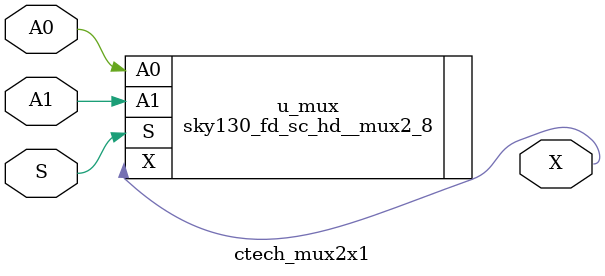
<source format=sv>

module ctech_mux2x1 (
	input  logic A0,
	input  logic A1,
	input  logic S ,
	output logic X);

sky130_fd_sc_hd__mux2_8 u_mux (.A0 (A0), .A1 (A1), .S  (S), .X (X));

endmodule

</source>
